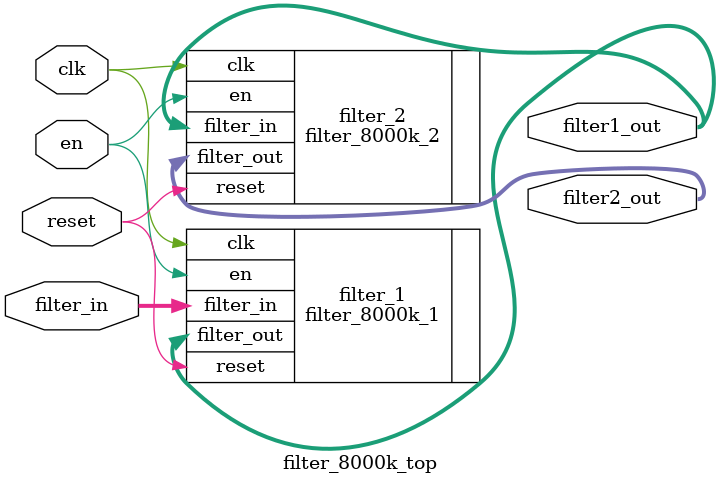
<source format=v>
module filter_8000k_top(
    input clk,
    input reset,
    input en,
    input [15:0] filter_in,
    output signed [15:0] filter1_out,
    output signed [15:0] filter2_out 
);
filter_8000k_1 filter_1(
    .clk(clk),
    .reset(reset),
    .en(en),
    .filter_in(filter_in),
    .filter_out(filter1_out)

);

filter_8000k_2 filter_2(
    .clk(clk),
    .reset(reset),
    .en(en),
    .filter_in(filter1_out),
    .filter_out(filter2_out)
);

endmodule
</source>
